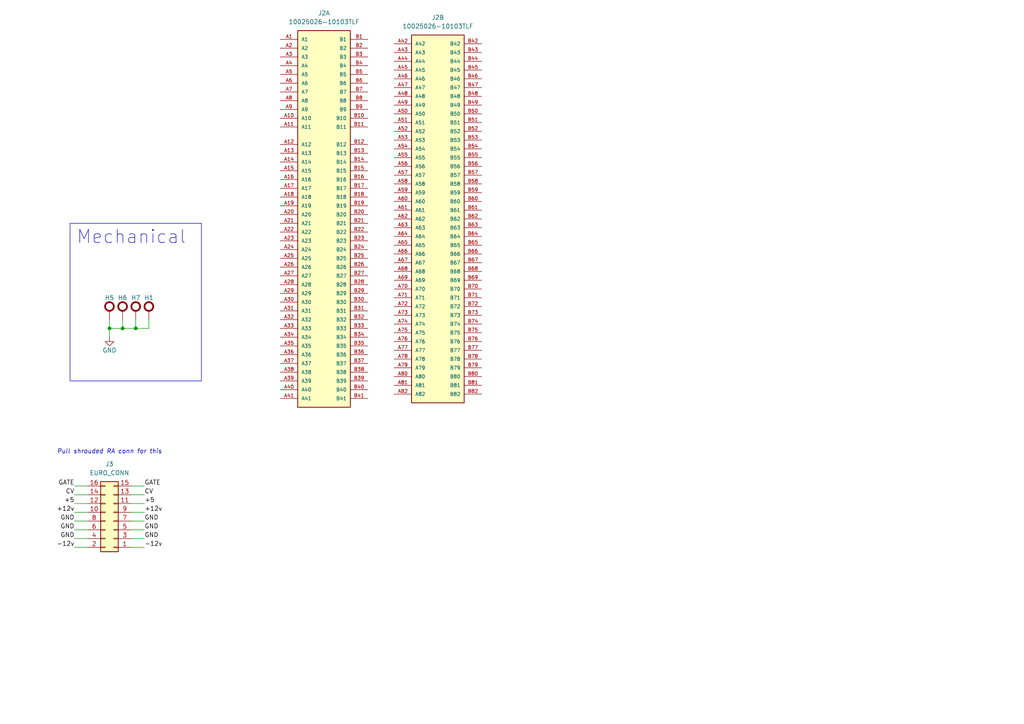
<source format=kicad_sch>
(kicad_sch (version 20231120) (generator "eeschema") (generator_version "8.0")
  (paper "A4")
  (lib_symbols
    (symbol "AT-Symbols:10018783-10113TLF" (pin_names (offset 1.016))
      (property "Reference" "J" (at -7.62 54.102 0))
      (property "Value" "10018783-10113TLF" (at -7.62 -55.88 0))
      (symbol "10018783-10113TLF_1_0"
        (rectangle (start -7.62 -53.34) (end 7.62 53.34) (stroke (width 0.254)) (fill (type background)))
        (pin passive line (at -12.7 50.8 0) (length 5.08) (name "A1") (number "A1"))
        (pin passive line (at -12.7 27.94 0) (length 5.08) (name "A10") (number "A10"))
        (pin passive line (at -12.7 25.4 0) (length 5.08) (name "A11") (number "A11"))
        (pin passive line (at -12.7 20.32 0) (length 5.08) (name "A12") (number "A12"))
        (pin passive line (at -12.7 17.78 0) (length 5.08) (name "A13") (number "A13"))
        (pin passive line (at -12.7 15.24 0) (length 5.08) (name "A14") (number "A14"))
        (pin passive line (at -12.7 12.7 0) (length 5.08) (name "A15") (number "A15"))
        (pin passive line (at -12.7 10.16 0) (length 5.08) (name "A16") (number "A16"))
        (pin passive line (at -12.7 7.62 0) (length 5.08) (name "A17") (number "A17"))
        (pin passive line (at -12.7 5.08 0) (length 5.08) (name "A18") (number "A18"))
        (pin passive line (at -12.7 2.54 0) (length 5.08) (name "A19") (number "A19"))
        (pin passive line (at -12.7 48.26 0) (length 5.08) (name "A2") (number "A2"))
        (pin passive line (at -12.7 0 0) (length 5.08) (name "A20") (number "A20"))
        (pin passive line (at -12.7 -2.54 0) (length 5.08) (name "A21") (number "A21"))
        (pin passive line (at -12.7 -5.08 0) (length 5.08) (name "A22") (number "A22"))
        (pin passive line (at -12.7 -7.62 0) (length 5.08) (name "A23") (number "A23"))
        (pin passive line (at -12.7 -10.16 0) (length 5.08) (name "A24") (number "A24"))
        (pin passive line (at -12.7 -12.7 0) (length 5.08) (name "A25") (number "A25"))
        (pin passive line (at -12.7 -15.24 0) (length 5.08) (name "A26") (number "A26"))
        (pin passive line (at -12.7 -17.78 0) (length 5.08) (name "A27") (number "A27"))
        (pin passive line (at -12.7 -20.32 0) (length 5.08) (name "A28") (number "A28"))
        (pin passive line (at -12.7 -22.86 0) (length 5.08) (name "A29") (number "A29"))
        (pin passive line (at -12.7 45.72 0) (length 5.08) (name "A3") (number "A3"))
        (pin passive line (at -12.7 -25.4 0) (length 5.08) (name "A30") (number "A30"))
        (pin passive line (at -12.7 -27.94 0) (length 5.08) (name "A31") (number "A31"))
        (pin passive line (at -12.7 -30.48 0) (length 5.08) (name "A32") (number "A32"))
        (pin passive line (at -12.7 -33.02 0) (length 5.08) (name "A33") (number "A33"))
        (pin passive line (at -12.7 -35.56 0) (length 5.08) (name "A34") (number "A34"))
        (pin passive line (at -12.7 -38.1 0) (length 5.08) (name "A35") (number "A35"))
        (pin passive line (at -12.7 -40.64 0) (length 5.08) (name "A36") (number "A36"))
        (pin passive line (at -12.7 -43.18 0) (length 5.08) (name "A37") (number "A37"))
        (pin passive line (at -12.7 -45.72 0) (length 5.08) (name "A38") (number "A38"))
        (pin passive line (at -12.7 -48.26 0) (length 5.08) (name "A39") (number "A39"))
        (pin passive line (at -12.7 43.18 0) (length 5.08) (name "A4") (number "A4"))
        (pin passive line (at -12.7 -50.8 0) (length 5.08) (name "A40") (number "A40"))
        (pin passive line (at -12.7 40.64 0) (length 5.08) (name "A5") (number "A5"))
        (pin passive line (at -12.7 38.1 0) (length 5.08) (name "A6") (number "A6"))
        (pin passive line (at -12.7 35.56 0) (length 5.08) (name "A7") (number "A7"))
        (pin passive line (at -12.7 33.02 0) (length 5.08) (name "A8") (number "A8"))
        (pin passive line (at -12.7 30.48 0) (length 5.08) (name "A9") (number "A9"))
        (pin passive line (at 12.7 50.8 180) (length 5.08) (name "B1") (number "B1"))
        (pin passive line (at 12.7 27.94 180) (length 5.08) (name "B10") (number "B10"))
        (pin passive line (at 12.7 25.4 180) (length 5.08) (name "B11") (number "B11"))
        (pin passive line (at 12.7 20.32 180) (length 5.08) (name "B12") (number "B12"))
        (pin passive line (at 12.7 17.78 180) (length 5.08) (name "B13") (number "B13"))
        (pin passive line (at 12.7 15.24 180) (length 5.08) (name "B14") (number "B14"))
        (pin passive line (at 12.7 12.7 180) (length 5.08) (name "B15") (number "B15"))
        (pin passive line (at 12.7 10.16 180) (length 5.08) (name "B16") (number "B16"))
        (pin passive line (at 12.7 7.62 180) (length 5.08) (name "B17") (number "B17"))
        (pin passive line (at 12.7 5.08 180) (length 5.08) (name "B18") (number "B18"))
        (pin passive line (at 12.7 2.54 180) (length 5.08) (name "B19") (number "B19"))
        (pin passive line (at 12.7 48.26 180) (length 5.08) (name "B2") (number "B2"))
        (pin passive line (at 12.7 0 180) (length 5.08) (name "B20") (number "B20"))
        (pin passive line (at 12.7 -2.54 180) (length 5.08) (name "B21") (number "B21"))
        (pin passive line (at 12.7 -5.08 180) (length 5.08) (name "B22") (number "B22"))
        (pin passive line (at 12.7 -7.62 180) (length 5.08) (name "B23") (number "B23"))
        (pin passive line (at 12.7 -10.16 180) (length 5.08) (name "B24") (number "B24"))
        (pin passive line (at 12.7 -12.7 180) (length 5.08) (name "B25") (number "B25"))
        (pin passive line (at 12.7 -15.24 180) (length 5.08) (name "B26") (number "B26"))
        (pin passive line (at 12.7 -17.78 180) (length 5.08) (name "B27") (number "B27"))
        (pin passive line (at 12.7 -20.32 180) (length 5.08) (name "B28") (number "B28"))
        (pin passive line (at 12.7 -22.86 180) (length 5.08) (name "B29") (number "B29"))
        (pin passive line (at 12.7 45.72 180) (length 5.08) (name "B3") (number "B3"))
        (pin passive line (at 12.7 -25.4 180) (length 5.08) (name "B30") (number "B30"))
        (pin passive line (at 12.7 -27.94 180) (length 5.08) (name "B31") (number "B31"))
        (pin passive line (at 12.7 -30.48 180) (length 5.08) (name "B32") (number "B32"))
        (pin passive line (at 12.7 -33.02 180) (length 5.08) (name "B33") (number "B33"))
        (pin passive line (at 12.7 -35.56 180) (length 5.08) (name "B34") (number "B34"))
        (pin passive line (at 12.7 -38.1 180) (length 5.08) (name "B35") (number "B35"))
        (pin passive line (at 12.7 -40.64 180) (length 5.08) (name "B36") (number "B36"))
        (pin passive line (at 12.7 -43.18 180) (length 5.08) (name "B37") (number "B37"))
        (pin passive line (at 12.7 -45.72 180) (length 5.08) (name "B38") (number "B38"))
        (pin passive line (at 12.7 -48.26 180) (length 5.08) (name "B39") (number "B39"))
        (pin passive line (at 12.7 43.18 180) (length 5.08) (name "B4") (number "B4"))
        (pin passive line (at 12.7 -50.8 180) (length 5.08) (name "B40") (number "B40"))
        (pin passive line (at 12.7 40.64 180) (length 5.08) (name "B5") (number "B5"))
        (pin passive line (at 12.7 38.1 180) (length 5.08) (name "B6") (number "B6"))
        (pin passive line (at 12.7 35.56 180) (length 5.08) (name "B7") (number "B7"))
        (pin passive line (at 12.7 33.02 180) (length 5.08) (name "B8") (number "B8"))
        (pin passive line (at 12.7 30.48 180) (length 5.08) (name "B9") (number "B9"))
      )
      (symbol "10018783-10113TLF_2_0"
        (rectangle (start -7.62 -53.34) (end 7.62 55.88) (stroke (width 0.254)) (fill (type background)))
        (pin passive line (at -12.7 53.34 0) (length 5.08) (name "A41") (number "A41"))
        (pin passive line (at -12.7 50.8 0) (length 5.08) (name "A42") (number "A42"))
        (pin passive line (at -12.7 48.26 0) (length 5.08) (name "A43") (number "A43"))
        (pin passive line (at -12.7 45.72 0) (length 5.08) (name "A44") (number "A44"))
        (pin passive line (at -12.7 43.18 0) (length 5.08) (name "A45") (number "A45"))
        (pin passive line (at -12.7 40.64 0) (length 5.08) (name "A46") (number "A46"))
        (pin passive line (at -12.7 38.1 0) (length 5.08) (name "A47") (number "A47"))
        (pin passive line (at -12.7 35.56 0) (length 5.08) (name "A48") (number "A48"))
        (pin passive line (at -12.7 33.02 0) (length 5.08) (name "A49") (number "A49"))
        (pin passive line (at -12.7 30.48 0) (length 5.08) (name "A50") (number "A50"))
        (pin passive line (at -12.7 27.94 0) (length 5.08) (name "A51") (number "A51"))
        (pin passive line (at -12.7 25.4 0) (length 5.08) (name "A52") (number "A52"))
        (pin passive line (at -12.7 22.86 0) (length 5.08) (name "A53") (number "A53"))
        (pin passive line (at -12.7 20.32 0) (length 5.08) (name "A54") (number "A54"))
        (pin passive line (at -12.7 17.78 0) (length 5.08) (name "A55") (number "A55"))
        (pin passive line (at -12.7 15.24 0) (length 5.08) (name "A56") (number "A56"))
        (pin passive line (at -12.7 12.7 0) (length 5.08) (name "A57") (number "A57"))
        (pin passive line (at -12.7 10.16 0) (length 5.08) (name "A58") (number "A58"))
        (pin passive line (at -12.7 7.62 0) (length 5.08) (name "A59") (number "A59"))
        (pin passive line (at -12.7 5.08 0) (length 5.08) (name "A60") (number "A60"))
        (pin passive line (at -12.7 2.54 0) (length 5.08) (name "A61") (number "A61"))
        (pin passive line (at -12.7 0 0) (length 5.08) (name "A62") (number "A62"))
        (pin passive line (at -12.7 -2.54 0) (length 5.08) (name "A63") (number "A63"))
        (pin passive line (at -12.7 -5.08 0) (length 5.08) (name "A64") (number "A64"))
        (pin passive line (at -12.7 -7.62 0) (length 5.08) (name "A65") (number "A65"))
        (pin passive line (at -12.7 -10.16 0) (length 5.08) (name "A66") (number "A66"))
        (pin passive line (at -12.7 -12.7 0) (length 5.08) (name "A67") (number "A67"))
        (pin passive line (at -12.7 -15.24 0) (length 5.08) (name "A68") (number "A68"))
        (pin passive line (at -12.7 -17.78 0) (length 5.08) (name "A69") (number "A69"))
        (pin passive line (at -12.7 -20.32 0) (length 5.08) (name "A70") (number "A70"))
        (pin passive line (at -12.7 -22.86 0) (length 5.08) (name "A71") (number "A71"))
        (pin passive line (at -12.7 -25.4 0) (length 5.08) (name "A72") (number "A72"))
        (pin passive line (at -12.7 -27.94 0) (length 5.08) (name "A73") (number "A73"))
        (pin passive line (at -12.7 -30.48 0) (length 5.08) (name "A74") (number "A74"))
        (pin passive line (at -12.7 -33.02 0) (length 5.08) (name "A75") (number "A75"))
        (pin passive line (at -12.7 -35.56 0) (length 5.08) (name "A76") (number "A76"))
        (pin passive line (at -12.7 -38.1 0) (length 5.08) (name "A77") (number "A77"))
        (pin passive line (at -12.7 -40.64 0) (length 5.08) (name "A78") (number "A78"))
        (pin passive line (at -12.7 -43.18 0) (length 5.08) (name "A79") (number "A79"))
        (pin passive line (at -12.7 -45.72 0) (length 5.08) (name "A80") (number "A80"))
        (pin passive line (at -12.7 -48.26 0) (length 5.08) (name "A81") (number "A81"))
        (pin passive line (at -12.7 -50.8 0) (length 5.08) (name "A82") (number "A82"))
        (pin passive line (at 12.7 53.34 180) (length 5.08) (name "B41") (number "B41"))
        (pin passive line (at 12.7 50.8 180) (length 5.08) (name "B42") (number "B42"))
        (pin passive line (at 12.7 48.26 180) (length 5.08) (name "B43") (number "B43"))
        (pin passive line (at 12.7 45.72 180) (length 5.08) (name "B44") (number "B44"))
        (pin passive line (at 12.7 43.18 180) (length 5.08) (name "B45") (number "B45"))
        (pin passive line (at 12.7 40.64 180) (length 5.08) (name "B46") (number "B46"))
        (pin passive line (at 12.7 38.1 180) (length 5.08) (name "B47") (number "B47"))
        (pin passive line (at 12.7 35.56 180) (length 5.08) (name "B48") (number "B48"))
        (pin passive line (at 12.7 33.02 180) (length 5.08) (name "B49") (number "B49"))
        (pin passive line (at 12.7 30.48 180) (length 5.08) (name "B50") (number "B50"))
        (pin passive line (at 12.7 27.94 180) (length 5.08) (name "B51") (number "B51"))
        (pin passive line (at 12.7 25.4 180) (length 5.08) (name "B52") (number "B52"))
        (pin passive line (at 12.7 22.86 180) (length 5.08) (name "B53") (number "B53"))
        (pin passive line (at 12.7 20.32 180) (length 5.08) (name "B54") (number "B54"))
        (pin passive line (at 12.7 17.78 180) (length 5.08) (name "B55") (number "B55"))
        (pin passive line (at 12.7 15.24 180) (length 5.08) (name "B56") (number "B56"))
        (pin passive line (at 12.7 12.7 180) (length 5.08) (name "B57") (number "B57"))
        (pin passive line (at 12.7 10.16 180) (length 5.08) (name "B58") (number "B58"))
        (pin passive line (at 12.7 7.62 180) (length 5.08) (name "B59") (number "B59"))
        (pin passive line (at 12.7 5.08 180) (length 5.08) (name "B60") (number "B60"))
        (pin passive line (at 12.7 2.54 180) (length 5.08) (name "B61") (number "B61"))
        (pin passive line (at 12.7 0 180) (length 5.08) (name "B62") (number "B62"))
        (pin passive line (at 12.7 -2.54 180) (length 5.08) (name "B63") (number "B63"))
        (pin passive line (at 12.7 -5.08 180) (length 5.08) (name "B64") (number "B64"))
        (pin passive line (at 12.7 -7.62 180) (length 5.08) (name "B65") (number "B65"))
        (pin passive line (at 12.7 -10.16 180) (length 5.08) (name "B66") (number "B66"))
        (pin passive line (at 12.7 -12.7 180) (length 5.08) (name "B67") (number "B67"))
        (pin passive line (at 12.7 -15.24 180) (length 5.08) (name "B68") (number "B68"))
        (pin passive line (at 12.7 -17.78 180) (length 5.08) (name "B69") (number "B69"))
        (pin passive line (at 12.7 -20.32 180) (length 5.08) (name "B70") (number "B70"))
        (pin passive line (at 12.7 -22.86 180) (length 5.08) (name "B71") (number "B71"))
        (pin passive line (at 12.7 -25.4 180) (length 5.08) (name "B72") (number "B72"))
        (pin passive line (at 12.7 -27.94 180) (length 5.08) (name "B73") (number "B73"))
        (pin passive line (at 12.7 -30.48 180) (length 5.08) (name "B74") (number "B74"))
        (pin passive line (at 12.7 -33.02 180) (length 5.08) (name "B75") (number "B75"))
        (pin passive line (at 12.7 -35.56 180) (length 5.08) (name "B76") (number "B76"))
        (pin passive line (at 12.7 -38.1 180) (length 5.08) (name "B77") (number "B77"))
        (pin passive line (at 12.7 -40.64 180) (length 5.08) (name "B78") (number "B78"))
        (pin passive line (at 12.7 -43.18 180) (length 5.08) (name "B79") (number "B79"))
        (pin passive line (at 12.7 -45.72 180) (length 5.08) (name "B80") (number "B80"))
        (pin passive line (at 12.7 -48.26 180) (length 5.08) (name "B81") (number "B81"))
        (pin passive line (at 12.7 -50.8 180) (length 5.08) (name "B82") (number "B82"))
      )
    )
    (symbol "AT-Symbols:10025026-10103TLF" (pin_names (offset 1.016))
      (property "Reference" "J" (at -7.62 53.975 0))
      (property "Value" "10025026-10103TLF" (at -7.62 -58.42 0))
      (symbol "10025026-10103TLF_1_0"
        (rectangle (start -7.62 -55.88) (end 7.62 53.34) (stroke (width 0.254)) (fill (type background)))
        (pin passive line (at -12.7 50.8 0) (length 5.08) (name "A1") (number "A1"))
        (pin passive line (at -12.7 27.94 0) (length 5.08) (name "A10") (number "A10"))
        (pin passive line (at -12.7 25.4 0) (length 5.08) (name "A11") (number "A11"))
        (pin passive line (at -12.7 20.32 0) (length 5.08) (name "A12") (number "A12"))
        (pin passive line (at -12.7 17.78 0) (length 5.08) (name "A13") (number "A13"))
        (pin passive line (at -12.7 15.24 0) (length 5.08) (name "A14") (number "A14"))
        (pin passive line (at -12.7 12.7 0) (length 5.08) (name "A15") (number "A15"))
        (pin passive line (at -12.7 10.16 0) (length 5.08) (name "A16") (number "A16"))
        (pin passive line (at -12.7 7.62 0) (length 5.08) (name "A17") (number "A17"))
        (pin passive line (at -12.7 5.08 0) (length 5.08) (name "A18") (number "A18"))
        (pin passive line (at -12.7 2.54 0) (length 5.08) (name "A19") (number "A19"))
        (pin passive line (at -12.7 48.26 0) (length 5.08) (name "A2") (number "A2"))
        (pin passive line (at -12.7 0 0) (length 5.08) (name "A20") (number "A20"))
        (pin passive line (at -12.7 -2.54 0) (length 5.08) (name "A21") (number "A21"))
        (pin passive line (at -12.7 -5.08 0) (length 5.08) (name "A22") (number "A22"))
        (pin passive line (at -12.7 -7.62 0) (length 5.08) (name "A23") (number "A23"))
        (pin passive line (at -12.7 -10.16 0) (length 5.08) (name "A24") (number "A24"))
        (pin passive line (at -12.7 -12.7 0) (length 5.08) (name "A25") (number "A25"))
        (pin passive line (at -12.7 -15.24 0) (length 5.08) (name "A26") (number "A26"))
        (pin passive line (at -12.7 -17.78 0) (length 5.08) (name "A27") (number "A27"))
        (pin passive line (at -12.7 -20.32 0) (length 5.08) (name "A28") (number "A28"))
        (pin passive line (at -12.7 -22.86 0) (length 5.08) (name "A29") (number "A29"))
        (pin passive line (at -12.7 45.72 0) (length 5.08) (name "A3") (number "A3"))
        (pin passive line (at -12.7 -25.4 0) (length 5.08) (name "A30") (number "A30"))
        (pin passive line (at -12.7 -27.94 0) (length 5.08) (name "A31") (number "A31"))
        (pin passive line (at -12.7 -30.48 0) (length 5.08) (name "A32") (number "A32"))
        (pin passive line (at -12.7 -33.02 0) (length 5.08) (name "A33") (number "A33"))
        (pin passive line (at -12.7 -35.56 0) (length 5.08) (name "A34") (number "A34"))
        (pin passive line (at -12.7 -38.1 0) (length 5.08) (name "A35") (number "A35"))
        (pin passive line (at -12.7 -40.64 0) (length 5.08) (name "A36") (number "A36"))
        (pin passive line (at -12.7 -43.18 0) (length 5.08) (name "A37") (number "A37"))
        (pin passive line (at -12.7 -45.72 0) (length 5.08) (name "A38") (number "A38"))
        (pin passive line (at -12.7 -48.26 0) (length 5.08) (name "A39") (number "A39"))
        (pin passive line (at -12.7 43.18 0) (length 5.08) (name "A4") (number "A4"))
        (pin passive line (at -12.7 -50.8 0) (length 5.08) (name "A40") (number "A40"))
        (pin passive line (at -12.7 -53.34 0) (length 5.08) (name "A41") (number "A41"))
        (pin passive line (at -12.7 40.64 0) (length 5.08) (name "A5") (number "A5"))
        (pin passive line (at -12.7 38.1 0) (length 5.08) (name "A6") (number "A6"))
        (pin passive line (at -12.7 35.56 0) (length 5.08) (name "A7") (number "A7"))
        (pin passive line (at -12.7 33.02 0) (length 5.08) (name "A8") (number "A8"))
        (pin passive line (at -12.7 30.48 0) (length 5.08) (name "A9") (number "A9"))
        (pin passive line (at 12.7 50.8 180) (length 5.08) (name "B1") (number "B1"))
        (pin passive line (at 12.7 27.94 180) (length 5.08) (name "B10") (number "B10"))
        (pin passive line (at 12.7 25.4 180) (length 5.08) (name "B11") (number "B11"))
        (pin passive line (at 12.7 20.32 180) (length 5.08) (name "B12") (number "B12"))
        (pin passive line (at 12.7 17.78 180) (length 5.08) (name "B13") (number "B13"))
        (pin passive line (at 12.7 15.24 180) (length 5.08) (name "B14") (number "B14"))
        (pin passive line (at 12.7 12.7 180) (length 5.08) (name "B15") (number "B15"))
        (pin passive line (at 12.7 10.16 180) (length 5.08) (name "B16") (number "B16"))
        (pin passive line (at 12.7 7.62 180) (length 5.08) (name "B17") (number "B17"))
        (pin passive line (at 12.7 5.08 180) (length 5.08) (name "B18") (number "B18"))
        (pin passive line (at 12.7 2.54 180) (length 5.08) (name "B19") (number "B19"))
        (pin passive line (at 12.7 48.26 180) (length 5.08) (name "B2") (number "B2"))
        (pin passive line (at 12.7 0 180) (length 5.08) (name "B20") (number "B20"))
        (pin passive line (at 12.7 -2.54 180) (length 5.08) (name "B21") (number "B21"))
        (pin passive line (at 12.7 -5.08 180) (length 5.08) (name "B22") (number "B22"))
        (pin passive line (at 12.7 -7.62 180) (length 5.08) (name "B23") (number "B23"))
        (pin passive line (at 12.7 -10.16 180) (length 5.08) (name "B24") (number "B24"))
        (pin passive line (at 12.7 -12.7 180) (length 5.08) (name "B25") (number "B25"))
        (pin passive line (at 12.7 -15.24 180) (length 5.08) (name "B26") (number "B26"))
        (pin passive line (at 12.7 -17.78 180) (length 5.08) (name "B27") (number "B27"))
        (pin passive line (at 12.7 -20.32 180) (length 5.08) (name "B28") (number "B28"))
        (pin passive line (at 12.7 -22.86 180) (length 5.08) (name "B29") (number "B29"))
        (pin passive line (at 12.7 45.72 180) (length 5.08) (name "B3") (number "B3"))
        (pin passive line (at 12.7 -25.4 180) (length 5.08) (name "B30") (number "B30"))
        (pin passive line (at 12.7 -27.94 180) (length 5.08) (name "B31") (number "B31"))
        (pin passive line (at 12.7 -30.48 180) (length 5.08) (name "B32") (number "B32"))
        (pin passive line (at 12.7 -33.02 180) (length 5.08) (name "B33") (number "B33"))
        (pin passive line (at 12.7 -35.56 180) (length 5.08) (name "B34") (number "B34"))
        (pin passive line (at 12.7 -38.1 180) (length 5.08) (name "B35") (number "B35"))
        (pin passive line (at 12.7 -40.64 180) (length 5.08) (name "B36") (number "B36"))
        (pin passive line (at 12.7 -43.18 180) (length 5.08) (name "B37") (number "B37"))
        (pin passive line (at 12.7 -45.72 180) (length 5.08) (name "B38") (number "B38"))
        (pin passive line (at 12.7 -48.26 180) (length 5.08) (name "B39") (number "B39"))
        (pin passive line (at 12.7 43.18 180) (length 5.08) (name "B4") (number "B4"))
        (pin passive line (at 12.7 -50.8 180) (length 5.08) (name "B40") (number "B40"))
        (pin passive line (at 12.7 -53.34 180) (length 5.08) (name "B41") (number "B41"))
        (pin passive line (at 12.7 40.64 180) (length 5.08) (name "B5") (number "B5"))
        (pin passive line (at 12.7 38.1 180) (length 5.08) (name "B6") (number "B6"))
        (pin passive line (at 12.7 35.56 180) (length 5.08) (name "B7") (number "B7"))
        (pin passive line (at 12.7 33.02 180) (length 5.08) (name "B8") (number "B8"))
        (pin passive line (at 12.7 30.48 180) (length 5.08) (name "B9") (number "B9"))
      )
      (symbol "10025026-10103TLF_2_0"
        (rectangle (start -7.62 -53.34) (end 7.62 53.34) (stroke (width 0.254)) (fill (type background)))
        (pin passive line (at -12.7 50.8 0) (length 5.08) (name "A42") (number "A42"))
        (pin passive line (at -12.7 48.26 0) (length 5.08) (name "A43") (number "A43"))
        (pin passive line (at -12.7 45.72 0) (length 5.08) (name "A44") (number "A44"))
        (pin passive line (at -12.7 43.18 0) (length 5.08) (name "A45") (number "A45"))
        (pin passive line (at -12.7 40.64 0) (length 5.08) (name "A46") (number "A46"))
        (pin passive line (at -12.7 38.1 0) (length 5.08) (name "A47") (number "A47"))
        (pin passive line (at -12.7 35.56 0) (length 5.08) (name "A48") (number "A48"))
        (pin passive line (at -12.7 33.02 0) (length 5.08) (name "A49") (number "A49"))
        (pin passive line (at -12.7 30.48 0) (length 5.08) (name "A50") (number "A50"))
        (pin passive line (at -12.7 27.94 0) (length 5.08) (name "A51") (number "A51"))
        (pin passive line (at -12.7 25.4 0) (length 5.08) (name "A52") (number "A52"))
        (pin passive line (at -12.7 22.86 0) (length 5.08) (name "A53") (number "A53"))
        (pin passive line (at -12.7 20.32 0) (length 5.08) (name "A54") (number "A54"))
        (pin passive line (at -12.7 17.78 0) (length 5.08) (name "A55") (number "A55"))
        (pin passive line (at -12.7 15.24 0) (length 5.08) (name "A56") (number "A56"))
        (pin passive line (at -12.7 12.7 0) (length 5.08) (name "A57") (number "A57"))
        (pin passive line (at -12.7 10.16 0) (length 5.08) (name "A58") (number "A58"))
        (pin passive line (at -12.7 7.62 0) (length 5.08) (name "A59") (number "A59"))
        (pin passive line (at -12.7 5.08 0) (length 5.08) (name "A60") (number "A60"))
        (pin passive line (at -12.7 2.54 0) (length 5.08) (name "A61") (number "A61"))
        (pin passive line (at -12.7 0 0) (length 5.08) (name "A62") (number "A62"))
        (pin passive line (at -12.7 -2.54 0) (length 5.08) (name "A63") (number "A63"))
        (pin passive line (at -12.7 -5.08 0) (length 5.08) (name "A64") (number "A64"))
        (pin passive line (at -12.7 -7.62 0) (length 5.08) (name "A65") (number "A65"))
        (pin passive line (at -12.7 -10.16 0) (length 5.08) (name "A66") (number "A66"))
        (pin passive line (at -12.7 -12.7 0) (length 5.08) (name "A67") (number "A67"))
        (pin passive line (at -12.7 -15.24 0) (length 5.08) (name "A68") (number "A68"))
        (pin passive line (at -12.7 -17.78 0) (length 5.08) (name "A69") (number "A69"))
        (pin passive line (at -12.7 -20.32 0) (length 5.08) (name "A70") (number "A70"))
        (pin passive line (at -12.7 -22.86 0) (length 5.08) (name "A71") (number "A71"))
        (pin passive line (at -12.7 -25.4 0) (length 5.08) (name "A72") (number "A72"))
        (pin passive line (at -12.7 -27.94 0) (length 5.08) (name "A73") (number "A73"))
        (pin passive line (at -12.7 -30.48 0) (length 5.08) (name "A74") (number "A74"))
        (pin passive line (at -12.7 -33.02 0) (length 5.08) (name "A75") (number "A75"))
        (pin passive line (at -12.7 -35.56 0) (length 5.08) (name "A76") (number "A76"))
        (pin passive line (at -12.7 -38.1 0) (length 5.08) (name "A77") (number "A77"))
        (pin passive line (at -12.7 -40.64 0) (length 5.08) (name "A78") (number "A78"))
        (pin passive line (at -12.7 -43.18 0) (length 5.08) (name "A79") (number "A79"))
        (pin passive line (at -12.7 -45.72 0) (length 5.08) (name "A80") (number "A80"))
        (pin passive line (at -12.7 -48.26 0) (length 5.08) (name "A81") (number "A81"))
        (pin passive line (at -12.7 -50.8 0) (length 5.08) (name "A82") (number "A82"))
        (pin passive line (at 12.7 50.8 180) (length 5.08) (name "B42") (number "B42"))
        (pin passive line (at 12.7 48.26 180) (length 5.08) (name "B43") (number "B43"))
        (pin passive line (at 12.7 45.72 180) (length 5.08) (name "B44") (number "B44"))
        (pin passive line (at 12.7 43.18 180) (length 5.08) (name "B45") (number "B45"))
        (pin passive line (at 12.7 40.64 180) (length 5.08) (name "B46") (number "B46"))
        (pin passive line (at 12.7 38.1 180) (length 5.08) (name "B47") (number "B47"))
        (pin passive line (at 12.7 35.56 180) (length 5.08) (name "B48") (number "B48"))
        (pin passive line (at 12.7 33.02 180) (length 5.08) (name "B49") (number "B49"))
        (pin passive line (at 12.7 30.48 180) (length 5.08) (name "B50") (number "B50"))
        (pin passive line (at 12.7 27.94 180) (length 5.08) (name "B51") (number "B51"))
        (pin passive line (at 12.7 25.4 180) (length 5.08) (name "B52") (number "B52"))
        (pin passive line (at 12.7 22.86 180) (length 5.08) (name "B53") (number "B53"))
        (pin passive line (at 12.7 20.32 180) (length 5.08) (name "B54") (number "B54"))
        (pin passive line (at 12.7 17.78 180) (length 5.08) (name "B55") (number "B55"))
        (pin passive line (at 12.7 15.24 180) (length 5.08) (name "B56") (number "B56"))
        (pin passive line (at 12.7 12.7 180) (length 5.08) (name "B57") (number "B57"))
        (pin passive line (at 12.7 10.16 180) (length 5.08) (name "B58") (number "B58"))
        (pin passive line (at 12.7 7.62 180) (length 5.08) (name "B59") (number "B59"))
        (pin passive line (at 12.7 5.08 180) (length 5.08) (name "B60") (number "B60"))
        (pin passive line (at 12.7 2.54 180) (length 5.08) (name "B61") (number "B61"))
        (pin passive line (at 12.7 0 180) (length 5.08) (name "B62") (number "B62"))
        (pin passive line (at 12.7 -2.54 180) (length 5.08) (name "B63") (number "B63"))
        (pin passive line (at 12.7 -5.08 180) (length 5.08) (name "B64") (number "B64"))
        (pin passive line (at 12.7 -7.62 180) (length 5.08) (name "B65") (number "B65"))
        (pin passive line (at 12.7 -10.16 180) (length 5.08) (name "B66") (number "B66"))
        (pin passive line (at 12.7 -12.7 180) (length 5.08) (name "B67") (number "B67"))
        (pin passive line (at 12.7 -15.24 180) (length 5.08) (name "B68") (number "B68"))
        (pin passive line (at 12.7 -17.78 180) (length 5.08) (name "B69") (number "B69"))
        (pin passive line (at 12.7 -20.32 180) (length 5.08) (name "B70") (number "B70"))
        (pin passive line (at 12.7 -22.86 180) (length 5.08) (name "B71") (number "B71"))
        (pin passive line (at 12.7 -25.4 180) (length 5.08) (name "B72") (number "B72"))
        (pin passive line (at 12.7 -27.94 180) (length 5.08) (name "B73") (number "B73"))
        (pin passive line (at 12.7 -30.48 180) (length 5.08) (name "B74") (number "B74"))
        (pin passive line (at 12.7 -33.02 180) (length 5.08) (name "B75") (number "B75"))
        (pin passive line (at 12.7 -35.56 180) (length 5.08) (name "B76") (number "B76"))
        (pin passive line (at 12.7 -38.1 180) (length 5.08) (name "B77") (number "B77"))
        (pin passive line (at 12.7 -40.64 180) (length 5.08) (name "B78") (number "B78"))
        (pin passive line (at 12.7 -43.18 180) (length 5.08) (name "B79") (number "B79"))
        (pin passive line (at 12.7 -45.72 180) (length 5.08) (name "B80") (number "B80"))
        (pin passive line (at 12.7 -48.26 180) (length 5.08) (name "B81") (number "B81"))
        (pin passive line (at 12.7 -50.8 180) (length 5.08) (name "B82") (number "B82"))
      )
    )
    (symbol "AT-Symbols:Bus_EURO_Express"
      (property "Reference" "J" (at -8.89 66.04 0))
      (property "Value" "Bus_EURO_Express" (at 13.97 66.04 0))
      (symbol "Bus_EURO_Express_0_1"
        (rectangle (start -11.43 64.77) (end 11.43 -64.77) (stroke (width 0.254)) (fill (type background)))
      )
      (symbol "Bus_EURO_Express_1_1"
        (pin passive line (at -15.24 33.02 0) (length 3.81) (name "~{PRSNT1}") (number "A1"))
        (pin passive line (at 2.54 68.58 270) (length 3.81) hide (name "+3.3V") (number "A10"))
        (pin input line (at 15.24 38.1 180) (length 3.81) (name "~{PERST}") (number "A11"))
        (pin passive line (at 0 -68.58 90) (length 3.81) hide (name "GND") (number "A12"))
        (pin input line (at -15.24 40.64 0) (length 3.81) (name "REFCLK+") (number "A13"))
        (pin input line (at -15.24 38.1 0) (length 3.81) (name "REFCLK-") (number "A14"))
        (pin passive line (at 0 -68.58 90) (length 3.81) hide (name "GND") (number "A15"))
        (pin output line (at 15.24 17.78 180) (length 3.81) (name "PERp0") (number "A16"))
        (pin output line (at 15.24 15.24 180) (length 3.81) (name "PERn0") (number "A17"))
        (pin passive line (at 0 -68.58 90) (length 3.81) hide (name "GND") (number "A18"))
        (pin passive line (at 15.24 48.26 180) (length 3.81) (name "RSVD") (number "A19"))
        (pin passive line (at -2.54 68.58 270) (length 3.81) hide (name "+12V") (number "A2"))
        (pin passive line (at 0 -68.58 90) (length 3.81) hide (name "GND") (number "A20"))
        (pin output line (at 15.24 12.7 180) (length 3.81) (name "PERp1") (number "A21"))
        (pin output line (at 15.24 10.16 180) (length 3.81) (name "PERn1") (number "A22"))
        (pin passive line (at 0 -68.58 90) (length 3.81) hide (name "GND") (number "A23"))
        (pin passive line (at 0 -68.58 90) (length 3.81) hide (name "GND") (number "A24"))
        (pin output line (at 15.24 7.62 180) (length 3.81) (name "PERp2") (number "A25"))
        (pin output line (at 15.24 5.08 180) (length 3.81) (name "PERn2") (number "A26"))
        (pin passive line (at 0 -68.58 90) (length 3.81) hide (name "GND") (number "A27"))
        (pin passive line (at 0 -68.58 90) (length 3.81) hide (name "GND") (number "A28"))
        (pin output line (at 15.24 2.54 180) (length 3.81) (name "PERp3") (number "A29"))
        (pin passive line (at -2.54 68.58 270) (length 3.81) hide (name "+12V") (number "A3"))
        (pin output line (at 15.24 0 180) (length 3.81) (name "PERn3") (number "A30"))
        (pin passive line (at 0 -68.58 90) (length 3.81) hide (name "GND") (number "A31"))
        (pin passive line (at 15.24 50.8 180) (length 3.81) (name "RSVD") (number "A32"))
        (pin passive line (at 15.24 55.88 180) (length 3.81) (name "RSVD") (number "A33"))
        (pin passive line (at 0 -68.58 90) (length 3.81) hide (name "GND") (number "A34"))
        (pin output line (at 15.24 -2.54 180) (length 3.81) (name "PERp4") (number "A35"))
        (pin output line (at 15.24 -5.08 180) (length 3.81) (name "PERn4") (number "A36"))
        (pin passive line (at 0 -68.58 90) (length 3.81) hide (name "GND") (number "A37"))
        (pin passive line (at 0 -68.58 90) (length 3.81) hide (name "GND") (number "A38"))
        (pin output line (at 15.24 -7.62 180) (length 3.81) (name "PERp5") (number "A39"))
        (pin passive line (at 0 -68.58 90) (length 3.81) hide (name "GND") (number "A4"))
        (pin output line (at 15.24 -10.16 180) (length 3.81) (name "PERn5") (number "A40"))
        (pin passive line (at 0 -68.58 90) (length 3.81) hide (name "GND") (number "A41"))
        (pin passive line (at 0 -68.58 90) (length 3.81) hide (name "GND") (number "A42"))
        (pin output line (at 15.24 -12.7 180) (length 3.81) (name "PERp6") (number "A43"))
        (pin output line (at 15.24 -15.24 180) (length 3.81) (name "PERn6") (number "A44"))
        (pin passive line (at 0 -68.58 90) (length 3.81) hide (name "GND") (number "A45"))
        (pin passive line (at 0 -68.58 90) (length 3.81) hide (name "GND") (number "A46"))
        (pin output line (at 15.24 -17.78 180) (length 3.81) (name "PERp7") (number "A47"))
        (pin output line (at 15.24 -20.32 180) (length 3.81) (name "PERn7") (number "A48"))
        (pin passive line (at 0 -68.58 90) (length 3.81) hide (name "GND") (number "A49"))
        (pin input line (at 15.24 30.48 180) (length 3.81) (name "JTAG2") (number "A5"))
        (pin passive line (at 15.24 58.42 180) (length 3.81) (name "RSVD") (number "A50"))
        (pin passive line (at 0 -68.58 90) (length 3.81) hide (name "GND") (number "A51"))
        (pin output line (at 15.24 -22.86 180) (length 3.81) (name "PERp8") (number "A52"))
        (pin output line (at 15.24 -25.4 180) (length 3.81) (name "PERn8") (number "A53"))
        (pin passive line (at 0 -68.58 90) (length 3.81) hide (name "GND") (number "A54"))
        (pin passive line (at 0 -68.58 90) (length 3.81) hide (name "GND") (number "A55"))
        (pin output line (at 15.24 -27.94 180) (length 3.81) (name "PERp9") (number "A56"))
        (pin output line (at 15.24 -30.48 180) (length 3.81) (name "PERn9") (number "A57"))
        (pin passive line (at 0 -68.58 90) (length 3.81) hide (name "GND") (number "A58"))
        (pin passive line (at 0 -68.58 90) (length 3.81) hide (name "GND") (number "A59"))
        (pin input line (at 15.24 27.94 180) (length 3.81) (name "JTAG3") (number "A6"))
        (pin output line (at 15.24 -33.02 180) (length 3.81) (name "PERp10") (number "A60"))
        (pin output line (at 15.24 -35.56 180) (length 3.81) (name "PERn10") (number "A61"))
        (pin passive line (at 0 -68.58 90) (length 3.81) hide (name "GND") (number "A62"))
        (pin passive line (at 0 -68.58 90) (length 3.81) hide (name "GND") (number "A63"))
        (pin output line (at 15.24 -38.1 180) (length 3.81) (name "PERp11") (number "A64"))
        (pin output line (at 15.24 -40.64 180) (length 3.81) (name "PERn11") (number "A65"))
        (pin passive line (at 0 -68.58 90) (length 3.81) hide (name "GND") (number "A66"))
        (pin passive line (at 0 -68.58 90) (length 3.81) hide (name "GND") (number "A67"))
        (pin output line (at 15.24 -43.18 180) (length 3.81) (name "PERp12") (number "A68"))
        (pin output line (at 15.24 -45.72 180) (length 3.81) (name "PERn12") (number "A69"))
        (pin output line (at 15.24 25.4 180) (length 3.81) (name "JTAG4") (number "A7"))
        (pin passive line (at 0 -68.58 90) (length 3.81) hide (name "GND") (number "A70"))
        (pin passive line (at 0 -68.58 90) (length 3.81) hide (name "GND") (number "A71"))
        (pin output line (at 15.24 -48.26 180) (length 3.81) (name "PERp13") (number "A72"))
        (pin output line (at 15.24 -50.8 180) (length 3.81) (name "PERn13") (number "A73"))
        (pin passive line (at 0 -68.58 90) (length 3.81) hide (name "GND") (number "A74"))
        (pin passive line (at 0 -68.58 90) (length 3.81) hide (name "GND") (number "A75"))
        (pin output line (at 15.24 -53.34 180) (length 3.81) (name "PERp14") (number "A76"))
        (pin output line (at 15.24 -55.88 180) (length 3.81) (name "PERn14") (number "A77"))
        (pin passive line (at 0 -68.58 90) (length 3.81) hide (name "GND") (number "A78"))
        (pin passive line (at 0 -68.58 90) (length 3.81) hide (name "GND") (number "A79"))
        (pin input line (at 15.24 22.86 180) (length 3.81) (name "JTAG5") (number "A8"))
        (pin output line (at 15.24 -58.42 180) (length 3.81) (name "PERp15") (number "A80"))
        (pin output line (at 15.24 -60.96 180) (length 3.81) (name "PERn15") (number "A81"))
        (pin passive line (at 0 -68.58 90) (length 3.81) hide (name "GND") (number "A82"))
        (pin passive line (at 2.54 68.58 270) (length 3.81) hide (name "+3.3V") (number "A9"))
        (pin power_in line (at -2.54 68.58 270) (length 3.81) (name "+12V") (number "B1"))
        (pin power_in line (at 0 68.58 270) (length 3.81) (name "3.3Vaux") (number "B10"))
        (pin open_collector line (at 15.24 40.64 180) (length 3.81) (name "~{WAKE}") (number "B11"))
        (pin passive line (at 15.24 45.72 180) (length 3.81) (name "RSVD") (number "B12"))
        (pin passive line (at 0 -68.58 90) (length 3.81) hide (name "GND") (number "B13"))
        (pin input line (at -15.24 17.78 0) (length 3.81) (name "PETp0") (number "B14"))
        (pin input line (at -15.24 15.24 0) (length 3.81) (name "PETn0") (number "B15"))
        (pin passive line (at 0 -68.58 90) (length 3.81) hide (name "GND") (number "B16"))
        (pin passive line (at -15.24 30.48 0) (length 3.81) (name "~{PRSNT2}") (number "B17"))
        (pin passive line (at 0 -68.58 90) (length 3.81) hide (name "GND") (number "B18"))
        (pin input line (at -15.24 12.7 0) (length 3.81) (name "PETp1") (number "B19"))
        (pin passive line (at -2.54 68.58 270) (length 3.81) hide (name "+12V") (number "B2"))
        (pin input line (at -15.24 10.16 0) (length 3.81) (name "PETn1") (number "B20"))
        (pin passive line (at 0 -68.58 90) (length 3.81) hide (name "GND") (number "B21"))
        (pin passive line (at 0 -68.58 90) (length 3.81) hide (name "GND") (number "B22"))
        (pin input line (at -15.24 7.62 0) (length 3.81) (name "PETp2") (number "B23"))
        (pin input line (at -15.24 5.08 0) (length 3.81) (name "PETn2") (number "B24"))
        (pin passive line (at 0 -68.58 90) (length 3.81) hide (name "GND") (number "B25"))
        (pin passive line (at 0 -68.58 90) (length 3.81) hide (name "GND") (number "B26"))
        (pin input line (at -15.24 2.54 0) (length 3.81) (name "PETp3") (number "B27"))
        (pin input line (at -15.24 0 0) (length 3.81) (name "PETn3") (number "B28"))
        (pin passive line (at 0 -68.58 90) (length 3.81) hide (name "GND") (number "B29"))
        (pin passive line (at -2.54 68.58 270) (length 3.81) hide (name "+12V") (number "B3"))
        (pin passive line (at 15.24 53.34 180) (length 3.81) (name "RSVD") (number "B30"))
        (pin passive line (at -15.24 27.94 0) (length 3.81) (name "~{PRSNT2}") (number "B31"))
        (pin passive line (at 0 -68.58 90) (length 3.81) hide (name "GND") (number "B32"))
        (pin input line (at -15.24 -2.54 0) (length 3.81) (name "PETp4") (number "B33"))
        (pin input line (at -15.24 -5.08 0) (length 3.81) (name "PETn4") (number "B34"))
        (pin passive line (at 0 -68.58 90) (length 3.81) hide (name "GND") (number "B35"))
        (pin passive line (at 0 -68.58 90) (length 3.81) hide (name "GND") (number "B36"))
        (pin input line (at -15.24 -7.62 0) (length 3.81) (name "PETp5") (number "B37"))
        (pin input line (at -15.24 -10.16 0) (length 3.81) (name "PETn5") (number "B38"))
        (pin passive line (at 0 -68.58 90) (length 3.81) hide (name "GND") (number "B39"))
        (pin power_in line (at 0 -68.58 90) (length 3.81) (name "GND") (number "B4"))
        (pin passive line (at 0 -68.58 90) (length 3.81) hide (name "GND") (number "B40"))
        (pin input line (at -15.24 -12.7 0) (length 3.81) (name "PETp6") (number "B41"))
        (pin input line (at -15.24 -15.24 0) (length 3.81) (name "PETn6") (number "B42"))
        (pin passive line (at 0 -68.58 90) (length 3.81) hide (name "GND") (number "B43"))
        (pin passive line (at 0 -68.58 90) (length 3.81) hide (name "GND") (number "B44"))
        (pin input line (at -15.24 -17.78 0) (length 3.81) (name "PETp7") (number "B45"))
        (pin input line (at -15.24 -20.32 0) (length 3.81) (name "PETn7") (number "B46"))
        (pin passive line (at 0 -68.58 90) (length 3.81) hide (name "GND") (number "B47"))
        (pin passive line (at -15.24 25.4 0) (length 3.81) (name "~{PRSNT2}") (number "B48"))
        (pin passive line (at 0 -68.58 90) (length 3.81) hide (name "GND") (number "B49"))
        (pin input line (at -15.24 48.26 0) (length 3.81) (name "SMCLK") (number "B5"))
        (pin input line (at -15.24 -22.86 0) (length 3.81) (name "PETp8") (number "B50"))
        (pin input line (at -15.24 -25.4 0) (length 3.81) (name "PETn8") (number "B51"))
        (pin passive line (at 0 -68.58 90) (length 3.81) hide (name "GND") (number "B52"))
        (pin passive line (at 0 -68.58 90) (length 3.81) hide (name "GND") (number "B53"))
        (pin input line (at -15.24 -27.94 0) (length 3.81) (name "PETp9") (number "B54"))
        (pin input line (at -15.24 -30.48 0) (length 3.81) (name "PETn9") (number "B55"))
        (pin passive line (at 0 -68.58 90) (length 3.81) hide (name "GND") (number "B56"))
        (pin passive line (at 0 -68.58 90) (length 3.81) hide (name "GND") (number "B57"))
        (pin input line (at -15.24 -33.02 0) (length 3.81) (name "PETp10") (number "B58"))
        (pin input line (at -15.24 -35.56 0) (length 3.81) (name "PETn10") (number "B59"))
        (pin bidirectional line (at -15.24 45.72 0) (length 3.81) (name "SMDAT") (number "B6"))
        (pin passive line (at 0 -68.58 90) (length 3.81) hide (name "GND") (number "B60"))
        (pin passive line (at 0 -68.58 90) (length 3.81) hide (name "GND") (number "B61"))
        (pin input line (at -15.24 -38.1 0) (length 3.81) (name "PETp11") (number "B62"))
        (pin input line (at -15.24 -40.64 0) (length 3.81) (name "PETn11") (number "B63"))
        (pin passive line (at 0 -68.58 90) (length 3.81) hide (name "GND") (number "B64"))
        (pin passive line (at 0 -68.58 90) (length 3.81) hide (name "GND") (number "B65"))
        (pin input line (at -15.24 -43.18 0) (length 3.81) (name "PETp12") (number "B66"))
        (pin input line (at -15.24 -45.72 0) (length 3.81) (name "PETn12") (number "B67"))
        (pin passive line (at 0 -68.58 90) (length 3.81) hide (name "GND") (number "B68"))
        (pin passive line (at 0 -68.58 90) (length 3.81) hide (name "GND") (number "B69"))
        (pin passive line (at 0 -68.58 90) (length 3.81) hide (name "GND") (number "B7"))
        (pin input line (at -15.24 -48.26 0) (length 3.81) (name "PETp13") (number "B70"))
        (pin input line (at -15.24 -50.8 0) (length 3.81) (name "PETn13") (number "B71"))
        (pin passive line (at 0 -68.58 90) (length 3.81) hide (name "GND") (number "B72"))
        (pin passive line (at 0 -68.58 90) (length 3.81) hide (name "GND") (number "B73"))
        (pin input line (at -15.24 -53.34 0) (length 3.81) (name "PETp14") (number "B74"))
        (pin input line (at -15.24 -55.88 0) (length 3.81) (name "PETn14") (number "B75"))
        (pin passive line (at 0 -68.58 90) (length 3.81) hide (name "GND") (number "B76"))
        (pin passive line (at 0 -68.58 90) (length 3.81) hide (name "GND") (number "B77"))
        (pin input line (at -15.24 -58.42 0) (length 3.81) (name "PETp15") (number "B78"))
        (pin input line (at -15.24 -60.96 0) (length 3.81) (name "PETn15") (number "B79"))
        (pin power_in line (at 2.54 68.58 270) (length 3.81) (name "+3.3V") (number "B8"))
        (pin passive line (at 0 -68.58 90) (length 3.81) hide (name "GND") (number "B80"))
        (pin passive line (at -15.24 22.86 0) (length 3.81) (name "~{PRSNT2}") (number "B81"))
        (pin passive line (at 15.24 60.96 180) (length 3.81) (name "RSVD") (number "B82"))
        (pin input line (at 15.24 33.02 180) (length 3.81) (name "JTAG1") (number "B9"))
      )
    )
    (symbol "Connector_Generic:Conn_02x08_Odd_Even" (pin_names (offset 1.016) hide)
      (property "Reference" "J" (at 1.27 10.16 0))
      (property "Value" "Conn_02x08_Odd_Even" (at 1.27 -12.7 0))
      (symbol "Conn_02x08_Odd_Even_1_1"
        (rectangle (start -1.27 -10.033) (end 0 -10.287) (stroke (width 0.1524)))
        (rectangle (start -1.27 -7.493) (end 0 -7.747) (stroke (width 0.1524)))
        (rectangle (start -1.27 -4.953) (end 0 -5.207) (stroke (width 0.1524)))
        (rectangle (start -1.27 -2.413) (end 0 -2.667) (stroke (width 0.1524)))
        (rectangle (start -1.27 0.127) (end 0 -0.127) (stroke (width 0.1524)))
        (rectangle (start -1.27 2.667) (end 0 2.413) (stroke (width 0.1524)))
        (rectangle (start -1.27 5.207) (end 0 4.953) (stroke (width 0.1524)))
        (rectangle (start -1.27 7.747) (end 0 7.493) (stroke (width 0.1524)))
        (rectangle (start -1.27 8.89) (end 3.81 -11.43) (stroke (width 0.254)) (fill (type background)))
        (rectangle (start 3.81 -10.033) (end 2.54 -10.287) (stroke (width 0.1524)))
        (rectangle (start 3.81 -7.493) (end 2.54 -7.747) (stroke (width 0.1524)))
        (rectangle (start 3.81 -4.953) (end 2.54 -5.207) (stroke (width 0.1524)))
        (rectangle (start 3.81 -2.413) (end 2.54 -2.667) (stroke (width 0.1524)))
        (rectangle (start 3.81 0.127) (end 2.54 -0.127) (stroke (width 0.1524)))
        (rectangle (start 3.81 2.667) (end 2.54 2.413) (stroke (width 0.1524)))
        (rectangle (start 3.81 5.207) (end 2.54 4.953) (stroke (width 0.1524)))
        (rectangle (start 3.81 7.747) (end 2.54 7.493) (stroke (width 0.1524)))
        (pin passive line (at -5.08 7.62 0) (length 3.81) (name "Pin_1") (number "1"))
        (pin passive line (at 7.62 -2.54 180) (length 3.81) (name "Pin_10") (number "10"))
        (pin passive line (at -5.08 -5.08 0) (length 3.81) (name "Pin_11") (number "11"))
        (pin passive line (at 7.62 -5.08 180) (length 3.81) (name "Pin_12") (number "12"))
        (pin passive line (at -5.08 -7.62 0) (length 3.81) (name "Pin_13") (number "13"))
        (pin passive line (at 7.62 -7.62 180) (length 3.81) (name "Pin_14") (number "14"))
        (pin passive line (at -5.08 -10.16 0) (length 3.81) (name "Pin_15") (number "15"))
        (pin passive line (at 7.62 -10.16 180) (length 3.81) (name "Pin_16") (number "16"))
        (pin passive line (at 7.62 7.62 180) (length 3.81) (name "Pin_2") (number "2"))
        (pin passive line (at -5.08 5.08 0) (length 3.81) (name "Pin_3") (number "3"))
        (pin passive line (at 7.62 5.08 180) (length 3.81) (name "Pin_4") (number "4"))
        (pin passive line (at -5.08 2.54 0) (length 3.81) (name "Pin_5") (number "5"))
        (pin passive line (at 7.62 2.54 180) (length 3.81) (name "Pin_6") (number "6"))
        (pin passive line (at -5.08 0 0) (length 3.81) (name "Pin_7") (number "7"))
        (pin passive line (at 7.62 0 180) (length 3.81) (name "Pin_8") (number "8"))
        (pin passive line (at -5.08 -2.54 0) (length 3.81) (name "Pin_9") (number "9"))
      )
    )
    (symbol "llama_shared:GND" (power) (pin_names (offset 0))
      (property "Value" "GND" (at 0 -3.81 0))
      (symbol "GND_1_1"
        (polyline (pts (xy 0 0) (xy 0 -1.27) (xy 1.27 -1.27) (xy 0 -2.54) (xy -1.27 -1.27) (xy 0 -1.27)))
        (pin power_in line (at 0 0 270) (length 0) hide (name "GND") (number "1"))
      )
    )
    (symbol "llama_shared:H_HOLE" (pin_numbers hide) (pin_names (offset 1.016) hide)
      (property "Reference" "H" (at 0 2.54 0))
      (property "Value" "H_HOLE" (at 0 -8.89 0))
      (symbol "H_HOLE_1_1"
        (circle (center 0 0) (radius 1.27) (stroke (width 0.508)))
        (pin passive line (at 0 -3.81 90) (length 2.54) (name "1") (number "1"))
      )
    )
    (symbol "power:+12V" (power) (pin_numbers hide) (pin_names (offset 0) hide)
      (property "Value" "+12V" (at 0 3.556 0))
      (symbol "+12V_0_1"
        (polyline (pts (xy -0.762 1.27) (xy 0 2.54)))
        (polyline (pts (xy 0 0) (xy 0 2.54)))
        (polyline (pts (xy 0 2.54) (xy 0.762 1.27)))
      )
      (symbol "+12V_1_1"
        (pin power_in line (at 0 0 90) (length 0) (name "~") (number "1"))
      )
    )
    (symbol "power:+5V" (power) (pin_numbers hide) (pin_names (offset 0) hide)
      (property "Value" "+5V" (at 0 3.556 0))
      (symbol "+5V_0_1"
        (polyline (pts (xy -0.762 1.27) (xy 0 2.54)))
        (polyline (pts (xy 0 0) (xy 0 2.54)))
        (polyline (pts (xy 0 2.54) (xy 0.762 1.27)))
      )
      (symbol "+5V_1_1"
        (pin power_in line (at 0 0 90) (length 0) (name "~") (number "1"))
      )
    )
    (symbol "power:-12V" (power) (pin_numbers hide) (pin_names (offset 0) hide)
      (property "Value" "-12V" (at 0 3.556 0))
      (symbol "-12V_0_0"
        (pin power_in line (at 0 0 90) (length 0) (name "~") (number "1"))
      )
      (symbol "-12V_0_1"
        (polyline (pts (xy 0 0) (xy 0 1.27) (xy 0.762 1.27) (xy 0 2.54) (xy -0.762 1.27) (xy 0 1.27)) (fill (type outline)))
      )
    )
    (symbol "power:GND" (power) (pin_numbers hide) (pin_names (offset 0) hide)
      (property "Value" "GND" (at 0 -3.81 0))
      (symbol "GND_0_1"
        (polyline (pts (xy 0 0) (xy 0 -1.27) (xy 1.27 -1.27) (xy 0 -2.54) (xy -1.27 -1.27) (xy 0 -1.27)))
      )
      (symbol "GND_1_1"
        (pin power_in line (at 0 0 270) (length 0) (name "~") (number "1"))
      )
    )
  )
  (junction (at 39.37 95.25))
  (junction (at 31.75 95.25))
  (junction (at 35.56 95.25))
  (wire (pts (xy 21.59 151.13) (xy 25.4 151.13)))
  (wire (pts (xy 21.59 143.51) (xy 25.4 143.51)))
  (wire (pts (xy 31.75 95.25) (xy 31.75 97.79)))
  (wire (pts (xy 124.46 256.54) (xy 124.46 260.35)))
  (wire (pts (xy 41.91 156.21) (xy 38.1 156.21)))
  (wire (pts (xy 21.59 140.97) (xy 25.4 140.97)))
  (wire (pts (xy 39.37 95.25) (xy 43.18 95.25)))
  (wire (pts (xy 41.91 158.75) (xy 38.1 158.75)))
  (wire (pts (xy 31.75 95.25) (xy 35.56 95.25)))
  (wire (pts (xy 21.59 148.59) (xy 25.4 148.59)))
  (wire (pts (xy 21.59 153.67) (xy 25.4 153.67)))
  (wire (pts (xy 41.91 151.13) (xy 38.1 151.13)))
  (wire (pts (xy 35.56 95.25) (xy 39.37 95.25)))
  (wire (pts (xy 43.18 95.25) (xy 43.18 92.71)))
  (wire (pts (xy 101.6 254) (xy 101.6 248.92)))
  (wire (pts (xy 41.91 146.05) (xy 38.1 146.05)))
  (wire (pts (xy 140.97 251.46) (xy 140.97 250.19)))
  (wire (pts (xy 21.59 156.21) (xy 25.4 156.21)))
  (wire (pts (xy 140.97 250.19) (xy 139.7 250.19)))
  (wire (pts (xy 41.91 140.97) (xy 38.1 140.97)))
  (wire (pts (xy 31.75 92.71) (xy 31.75 95.25)))
  (wire (pts (xy 41.91 148.59) (xy 38.1 148.59)))
  (wire (pts (xy 41.91 153.67) (xy 38.1 153.67)))
  (wire (pts (xy 39.37 95.25) (xy 39.37 92.71)))
  (wire (pts (xy 21.59 158.75) (xy 25.4 158.75)))
  (wire (pts (xy 139.7 250.19) (xy 139.7 248.92)))
  (wire (pts (xy 111.76 255.27) (xy 111.76 254)))
  (wire (pts (xy 41.91 143.51) (xy 38.1 143.51)))
  (wire (pts (xy 100.33 269.24) (xy 96.52 269.24)))
  (wire (pts (xy 111.76 254) (xy 101.6 254)))
  (wire (pts (xy 35.56 95.25) (xy 35.56 92.71)))
  (wire (pts (xy 21.59 146.05) (xy 25.4 146.05)))
  (rectangle (start 80.01 229.87) (end 160.02 275.59))
  (rectangle (start 20.32 64.77) (end 58.42 110.49))
  (text "Mechanical" (at 38.1 68.834 0) (effects (font (size 3.81 3.81))))
  (text "Regulated Power" (at 105.156 234.95 0) (effects (font (size 3.81 3.81))))
  (text "CV STD" (at 27.94 242.062 0) (effects (font (size 3.81 3.81))))
  (text "Pull shrouded RA conn for this" (at 31.75 131.064 0) (effects (font (size 1.27 1.27) (italic yes))))
  (label "CV" (at 21.59 143.51 180))
  (label "GND" (at 21.59 153.67 180))
  (label "GND" (at 41.91 153.67 0))
  (label "GATE" (at 21.59 140.97 180))
  (label "TRIG" (at 34.29 250.19 0))
  (label "-12v" (at 21.59 158.75 180))
  (label "GND" (at 124.46 256.54 0))
  (label "GND" (at 41.91 151.13 0))
  (label "+5" (at 100.33 269.24 0))
  (label "CV" (at 41.91 143.51 0))
  (label "+12v" (at 111.76 255.27 0))
  (label "CV" (at 34.29 255.27 0))
  (label "+12v" (at 41.91 148.59 0))
  (label "GND" (at 41.91 156.21 0))
  (label "GND" (at 21.59 151.13 180))
  (label "GND" (at 21.59 156.21 180))
  (label "-12v" (at 41.91 158.75 0))
  (label "+5" (at 41.91 146.05 0))
  (label "GATE" (at 41.91 140.97 0))
  (label "+5" (at 21.59 146.05 180))
  (label "-12v" (at 140.97 251.46 0))
  (label "+12v" (at 21.59 148.59 180))
  (label "GATE" (at 34.29 252.73 0))
  (symbol (lib_id "llama_shared:H_HOLE") (at 31.75 88.9 0) (unit 1)
    (property "Reference" "H5" (at 31.75 86.36 0))
    (property "Value" "H_HOLE" (effects (hide yes)))
    (property "Footprint" "llama_shared:H_ATX_PERF" (effects (hide yes)))
  )
  (symbol (lib_id "power:+5V") (at 96.52 269.24 0) (unit 1)
    (property "Reference" "#PWR09" (effects (hide yes)))
    (property "Value" "+5V" (at 96.52 264.16 0))
    (property "Description" "Power symbol creates a global label with name \"+5V\"" (effects (hide yes)))
  )
  (symbol (lib_id "AT-Symbols:10018783-10113TLF") (at 492.76 135.89 0) (unit 2)
    (property "Reference" "J7" (at 492.76 74.93 0))
    (property "Value" "10018783-10113TLF" (at 492.76 77.47 0))
    (property "Footprint" "AT-Footprints:AMPHENOL_10018783-10113TLF" (effects (hide yes)))
    (property "PARTREV" "AA" (effects (hide yes)))
    (property "STANDARD" "Manufacturer Recommendations" (effects (hide yes)))
    (property "MAXIMUM_PACKAGE_HEIGHT" "11.25mm" (effects (hide yes)))
    (property "MANUFACTURER" "Amphenol" (effects (hide yes)))
  )
  (symbol (lib_id "power:-12V") (at 139.7 248.92 0) (unit 1)
    (property "Reference" "#PWR011" (effects (hide yes)))
    (property "Value" "-12V" (at 139.7 243.84 0))
    (property "Description" "Power symbol creates a global label with name \"-12V\"" (effects (hide yes)))
  )
  (symbol (lib_id "llama_shared:H_HOLE") (at 39.37 88.9 0) (unit 1)
    (property "Reference" "H7" (at 39.37 86.36 0))
    (property "Value" "H_HOLE" (effects (hide yes)))
    (property "Footprint" "llama_shared:H_ATX_PERF" (effects (hide yes)))
  )
  (symbol (lib_id "Connector_Generic:Conn_02x08_Odd_Even") (at 33.02 151.13 180) (unit 1)
    (property "Reference" "J3" (at 31.75 134.62 0))
    (property "Value" "EURO_CONN" (at 31.75 137.16 0))
    (property "Footprint" "AT-Footprints:EURORACK Right Angle" (effects (hide yes)))
    (property "Description" "Generic connector, double row, 02x08, odd/even pin numbering scheme (row 1 odd numbers, row 2 even numbers), script generated (kicad-library-utils/schlib/autogen/connector/)" (effects (hide yes)))
  )
  (symbol (lib_id "llama_shared:H_HOLE") (at 35.56 88.9 0) (unit 1)
    (property "Reference" "H6" (at 35.56 86.36 0))
    (property "Value" "H_HOLE" (effects (hide yes)))
    (property "Footprint" "llama_shared:H_ATX_PERF" (effects (hide yes)))
  )
  (symbol (lib_id "llama_shared:GND") (at 31.75 97.79 0) (unit 1)
    (property "Reference" "#PWR01" (effects (hide yes)))
    (property "Value" "GND" (at 31.75 101.6 0))
  )
  (symbol (lib_id "AT-Symbols:10018783-10113TLF") (at 496.57 255.27 0) (unit 1)
    (property "Reference" "J8" (at 496.57 196.85 0))
    (property "Value" "10018783-10113TLF" (at 496.57 199.39 0))
    (property "Footprint" "AT-Footprints:AMPHENOL_10018783-10113TLF" (effects (hide yes)))
    (property "PARTREV" "AA" (effects (hide yes)))
    (property "STANDARD" "Manufacturer Recommendations" (effects (hide yes)))
    (property "MAXIMUM_PACKAGE_HEIGHT" "11.25mm" (effects (hide yes)))
    (property "MANUFACTURER" "Amphenol" (effects (hide yes)))
  )
  (symbol (lib_id "AT-Symbols:10025026-10103TLF") (at 93.98 62.23 0) (unit 1)
    (property "Reference" "J2" (at 93.98 3.81 0))
    (property "Value" "10025026-10103TLF" (at 93.98 6.35 0))
    (property "Footprint" "AT-Footprints:AMPHENOL_10025026-10103TLF" (effects (hide yes)))
    (property "PARTREV" "L" (effects (hide yes)))
    (property "STANDARD" "Manufacturer Recommendations" (effects (hide yes)))
    (property "MAXIMUM_PACKAGE_HEIGHT" "8.80 mm" (effects (hide yes)))
    (property "MANUFACTURER" "Amphenol" (effects (hide yes)))
  )
  (symbol (lib_id "AT-Symbols:10018783-10113TLF") (at 534.67 256.54 0) (unit 2)
    (property "Reference" "J8" (at 534.67 195.58 0))
    (property "Value" "10018783-10113TLF" (at 534.67 198.12 0))
    (property "Footprint" "AT-Footprints:AMPHENOL_10018783-10113TLF" (effects (hide yes)))
    (property "PARTREV" "AA" (effects (hide yes)))
    (property "STANDARD" "Manufacturer Recommendations" (effects (hide yes)))
    (property "MAXIMUM_PACKAGE_HEIGHT" "11.25mm" (effects (hide yes)))
    (property "MANUFACTURER" "Amphenol" (effects (hide yes)))
  )
  (symbol (lib_id "power:GND") (at 124.46 260.35 0) (unit 1)
    (property "Reference" "#PWR08" (effects (hide yes)))
    (property "Value" "GND" (at 124.46 265.43 0))
    (property "Description" "Power symbol creates a global label with name \"GND\" , ground" (effects (hide yes)))
  )
  (symbol (lib_id "AT-Symbols:Bus_EURO_Express") (at -59.69 102.87 0) (unit 1)
    (property "Reference" "J1" (at -57.4959 170.18 0) (effects (justify left)))
    (property "Value" "Bus_EURO_Express" (at -57.4959 172.72 0) (effects (justify left)))
    (property "Footprint" "Connector_PCBEdge:BUS_PCIexpress_x16" (effects (hide yes)))
    (property "Datasheet" "http://www.ritrontek.com/uploadfile/2016/1026/20161026105231124.pdf#page=63" (effects (hide yes)))
    (property "Description" "PCI Express bus connector x16" (effects (hide yes)))
  )
  (symbol (lib_id "AT-Symbols:10018783-10113TLF") (at 369.57 139.7 0) (unit 2)
    (property "Reference" "J5" (at 369.57 78.74 0))
    (property "Value" "10018783-10113TLF" (at 369.57 81.28 0))
    (property "Footprint" "AT-Footprints:AMPHENOL_10018783-10113TLF" (effects (hide yes)))
    (property "PARTREV" "AA" (effects (hide yes)))
    (property "STANDARD" "Manufacturer Recommendations" (effects (hide yes)))
    (property "MAXIMUM_PACKAGE_HEIGHT" "11.25mm" (effects (hide yes)))
    (property "MANUFACTURER" "Amphenol" (effects (hide yes)))
  )
  (symbol (lib_id "AT-Symbols:10018783-10113TLF") (at 411.48 260.35 0) (unit 2)
    (property "Reference" "J6" (at 411.48 199.39 0))
    (property "Value" "10018783-10113TLF" (at 411.48 201.93 0))
    (property "Footprint" "AT-Footprints:AMPHENOL_10018783-10113TLF" (effects (hide yes)))
    (property "PARTREV" "AA" (effects (hide yes)))
    (property "STANDARD" "Manufacturer Recommendations" (effects (hide yes)))
    (property "MAXIMUM_PACKAGE_HEIGHT" "11.25mm" (effects (hide yes)))
    (property "MANUFACTURER" "Amphenol" (effects (hide yes)))
  )
  (symbol (lib_id "AT-Symbols:10025026-10103TLF") (at 127 63.5 0) (unit 2)
    (property "Reference" "J2" (at 127 5.08 0))
    (property "Value" "10025026-10103TLF" (at 127 7.62 0))
    (property "Footprint" "AT-Footprints:AMPHENOL_10025026-10103TLF" (effects (hide yes)))
    (property "PARTREV" "L" (effects (hide yes)))
    (property "STANDARD" "Manufacturer Recommendations" (effects (hide yes)))
    (property "MAXIMUM_PACKAGE_HEIGHT" "8.80 mm" (effects (hide yes)))
    (property "MANUFACTURER" "Amphenol" (effects (hide yes)))
  )
  (symbol (lib_id "AT-Symbols:10018783-10113TLF") (at 454.66 134.62 0) (unit 1)
    (property "Reference" "J7" (at 454.66 76.2 0))
    (property "Value" "10018783-10113TLF" (at 454.66 78.74 0))
    (property "Footprint" "AT-Footprints:AMPHENOL_10018783-10113TLF" (effects (hide yes)))
    (property "PARTREV" "AA" (effects (hide yes)))
    (property "STANDARD" "Manufacturer Recommendations" (effects (hide yes)))
    (property "MAXIMUM_PACKAGE_HEIGHT" "11.25mm" (effects (hide yes)))
    (property "MANUFACTURER" "Amphenol" (effects (hide yes)))
  )
  (symbol (lib_id "power:+12V") (at 101.6 248.92 0) (unit 1)
    (property "Reference" "#PWR010" (effects (hide yes)))
    (property "Value" "+12V" (at 101.6 243.84 0))
    (property "Description" "Power symbol creates a global label with name \"+12V\"" (effects (hide yes)))
  )
  (symbol (lib_id "AT-Symbols:10018783-10113TLF") (at 373.38 259.08 0) (unit 1)
    (property "Reference" "J6" (at 373.38 200.66 0))
    (property "Value" "10018783-10113TLF" (at 373.38 203.2 0))
    (property "Footprint" "AT-Footprints:AMPHENOL_10018783-10113TLF" (effects (hide yes)))
    (property "PARTREV" "AA" (effects (hide yes)))
    (property "STANDARD" "Manufacturer Recommendations" (effects (hide yes)))
    (property "MAXIMUM_PACKAGE_HEIGHT" "11.25mm" (effects (hide yes)))
    (property "MANUFACTURER" "Amphenol" (effects (hide yes)))
  )
  (symbol (lib_id "AT-Symbols:10018783-10113TLF") (at 331.47 138.43 0) (unit 1)
    (property "Reference" "J5" (at 331.47 80.01 0))
    (property "Value" "10018783-10113TLF" (at 331.47 82.55 0))
    (property "Footprint" "AT-Footprints:AMPHENOL_10018783-10113TLF" (effects (hide yes)))
    (property "PARTREV" "AA" (effects (hide yes)))
    (property "STANDARD" "Manufacturer Recommendations" (effects (hide yes)))
    (property "MAXIMUM_PACKAGE_HEIGHT" "11.25mm" (effects (hide yes)))
    (property "MANUFACTURER" "Amphenol" (effects (hide yes)))
  )
  (symbol (lib_id "llama_shared:H_HOLE") (at 43.18 88.9 0) (unit 1)
    (property "Reference" "H1" (at 43.18 86.36 0))
    (property "Value" "H_HOLE" (effects (hide yes)))
    (property "Footprint" "llama_shared:H_ATX_PERF" (effects (hide yes)))
  )
)
</source>
